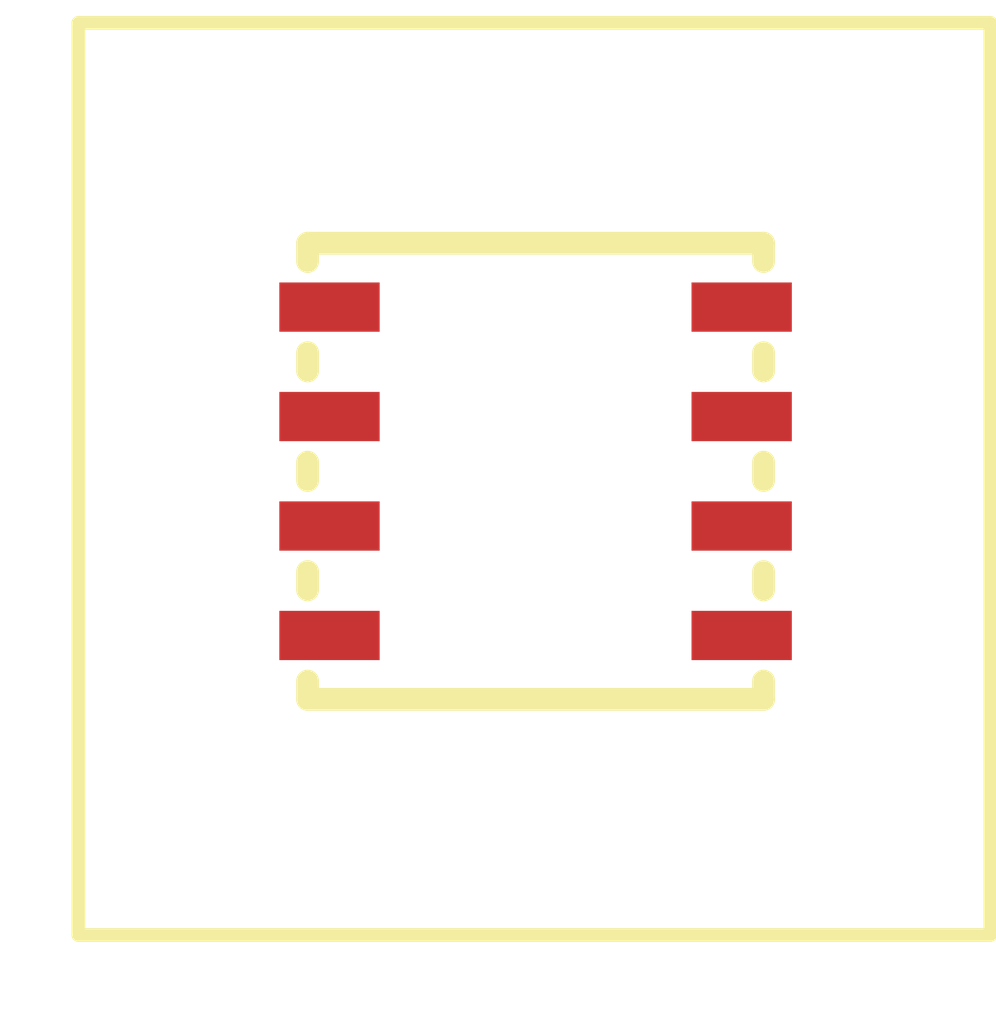
<source format=kicad_pcb>
(kicad_pcb (version 20241229) (generator "pcbnew") (generator_version "9.0")
  (layers (0 "F.Cu" signal) (2 "B.Cu" signal) (13 "F.Paste" user) (15 "B.Paste" user) (5 "F.SilkS" user "F.Silkscreen") (7 "B.SilkS" user "B.Silkscreen") (1 "F.Mask" user) (3 "B.Mask" user) (25 "Edge.Cuts" user))
  (net 0 "")
  (net 1 "rgb-cathodes-cathode-2")
  (net 2 "rgb-cathodes-cathode-1")
  (net 3 "anode")
  (net 4 "rgb-cathodes-cathode-3")
  (net 7 "rgb-cathodes-cathode-0")
  (footprint "HONGLITRONIC_HL_5050RGBW_S1_A27:LED-SMD_8P-L5.0-W5.0-P1.20_HL-5050RGBW-S1-A27" (layer "F.Cu") (at 5.013094 4.916645 0)
    (property "Reference" "LED1" (hide yes))
    (property "Value" "")
    (fp_line (start -2.5 -2.5) (end -2.5 -2.3) (stroke (width 0.25)) (layer "F.SilkS"))
    (fp_line (start -2.5 -1.3) (end -2.5 -1.1) (stroke (width 0.25)) (layer "F.SilkS"))
    (fp_line (start -2.5 -0.1) (end -2.5 0.1) (stroke (width 0.25)) (layer "F.SilkS"))
    (fp_line (start -2.5 1.1) (end -2.5 1.3) (stroke (width 0.25)) (layer "F.SilkS"))
    (fp_line (start -2.5 2.3) (end -2.5 2.5) (stroke (width 0.25)) (layer "F.SilkS"))
    (fp_line (start -2.5 2.5) (end 2.5 2.5) (stroke (width 0.25)) (layer "F.SilkS"))
    (fp_line (start 2.5 -2.5) (end -2.5 -2.5) (stroke (width 0.25)) (layer "F.SilkS"))
    (fp_line (start 2.5 -2.3) (end 2.5 -2.5) (stroke (width 0.25)) (layer "F.SilkS"))
    (fp_line (start 2.5 -1.1) (end 2.5 -1.3) (stroke (width 0.25)) (layer "F.SilkS"))
    (fp_line (start 2.5 0.1) (end 2.5 -0.1) (stroke (width 0.25)) (layer "F.SilkS"))
    (fp_line (start 2.5 1.3) (end 2.5 1.1) (stroke (width 0.25)) (layer "F.SilkS"))
    (fp_line (start 2.5 2.5) (end 2.5 2.3) (stroke (width 0.25)) (layer "F.SilkS"))
    (pad "1" smd rect (at 2.26 -1.8 90) (size 0.54 1.1) (layers "F.Cu" "F.Mask" "F.Paste") (net 2 "rgb-cathodes-cathode-1"))
    (pad "2" smd rect (at -2.26 -1.8 90) (size 0.54 1.1) (layers "F.Cu" "F.Mask" "F.Paste") (net 3 "anode"))
    (pad "3" smd rect (at 2.26 -0.6 90) (size 0.54 1.1) (layers "F.Cu" "F.Mask" "F.Paste") (net 7 "rgb-cathodes-cathode-0"))
    (pad "4" smd rect (at -2.26 -0.6 90) (size 0.54 1.1) (layers "F.Cu" "F.Mask" "F.Paste") (net 3 "anode"))
    (pad "5" smd rect (at 2.26 0.6 90) (size 0.54 1.1) (layers "F.Cu" "F.Mask" "F.Paste") (net 1 "rgb-cathodes-cathode-2"))
    (pad "6" smd rect (at -2.26 0.6 90) (size 0.54 1.1) (layers "F.Cu" "F.Mask" "F.Paste") (net 3 "anode"))
    (pad "7" smd rect (at 2.26 1.8 90) (size 0.54 1.1) (layers "F.Cu" "F.Mask" "F.Paste") (net 4 "rgb-cathodes-cathode-3"))
    (pad "8" smd rect (at -2.26 1.8 90) (size 0.54 1.1) (layers "F.Cu" "F.Mask" "F.Paste") (net 3 "anode"))
  )
  (footprint "ATOPILE_PIXEL10:pixel10" (layer "F.Cu") (at 0 0 0)
    (property "Reference" "U1" (hide yes))
    (property "Value" "" (hide yes))
    (fp_line (start 0 0) (end 0 10) (stroke (width 0.15)) (layer "F.SilkS"))
    (fp_line (start 0 0) (end 10 0) (stroke (width 0.15)) (layer "F.SilkS"))
    (fp_line (start 0 10) (end 10 10) (stroke (width 0.15)) (layer "F.SilkS"))
    (fp_line (start 10 0) (end 10 10) (stroke (width 0.15)) (layer "F.SilkS"))
  )
)
</source>
